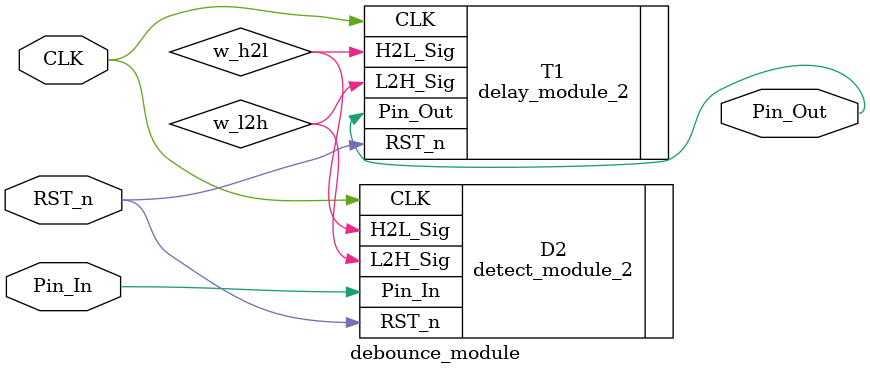
<source format=v>
`timescale 1ns / 1ps
module debounce_module(
    input CLK,
    input RST_n,
    input Pin_In,
    output Pin_Out
    );

    wire w_h2l;
    wire w_l2h;
    
    detect_module_2 D2(.CLK(CLK), .RST_n(RST_n), .Pin_In(Pin_In), .H2L_Sig(w_h2l), .L2H_Sig(w_l2h));
    delay_module_2 T1(.CLK(CLK), .RST_n(RST_n), .H2L_Sig(w_h2l), .L2H_Sig(w_l2h), .Pin_Out(Pin_Out));

endmodule

</source>
